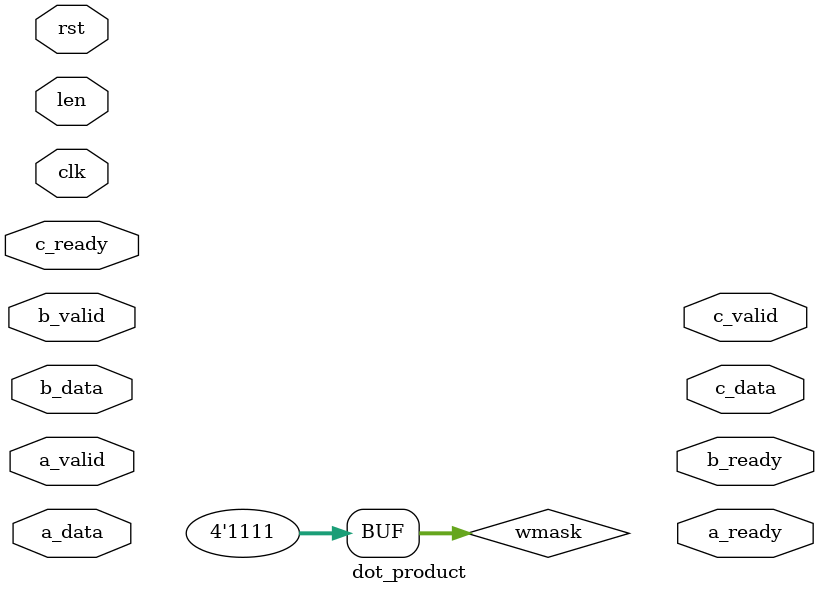
<source format=v>

module dot_product #(
  localparam ADDR_WIDTH = 5,
  localparam WIDTH = 32
) (
  input clk,
  input rst,

  input [ADDR_WIDTH:0] len,

  // input vector a
  input [WIDTH-1:0] a_data,
  input a_valid,
  output reg a_ready,

  // input vector b
  input [WIDTH-1:0] b_data,
  input b_valid,
  output reg b_ready,

  // dot product result c
  output [WIDTH-1:0] c_data,
  output reg c_valid,
  input c_ready
);

localparam STATE_READ = 2'd0;
localparam STATE_CALC_LOAD_A = 2'd1;
localparam STATE_CALC_LOAD_B = 2'd2;
localparam STATE_CALC_DONE = 2'd3;

wire a_fire, b_fire, c_fire;
assign a_fire = a_valid && a_ready;
assign b_fire = b_valid && b_ready;
assign c_fire = c_valid && c_ready;

reg we;
wire [3:0] wmask = 4'b1111;
reg [ADDR_WIDTH:0] addr;
reg [WIDTH-1:0] din;
wire [WIDTH-1:0] dout;

sram22_64x32m4w8 sram (
  .clk(clk),
  .we(we),
  .wmask(wmask),
  .addr(addr),
  .din(din),
  .dout(dout)
);

// TODO: fill in the rest of this module.

endmodule

</source>
